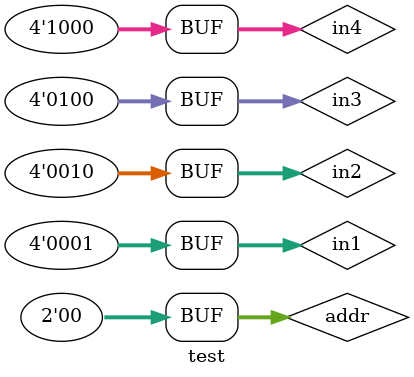
<source format=v>
`timescale 1ns / 1ps


module test;

	// Inputs
	reg [1:0] addr;
	reg [3:0] in1;
	reg [3:0] in2;
	reg [3:0] in3;
	reg [3:0] in4;

	// Outputs
	wire [3:0] Mout;

	// Instantiate the Unit Under Test (UUT)
	fourToOne uut (
		.addr(addr), 
		.in1(in1), 
		.in2(in2), 
		.in3(in3), 
		.in4(in4), 
		.Mout(Mout)
	);

	initial begin
		// Initialize Inputs
		addr = 0;
		in1 = 0;
		in2 = 0;
		in3 = 0;
		in4 = 0;

		// Wait 100 ns for global reset to finish
		#100;
       addr = 2'b00;
		 in1 = 4'b0001;
		 in2= 4'b0010;
		 in3 = 4'b0100;
		 in4 = 4'b1000;
		// Add stimulus here

	end
      
endmodule


</source>
